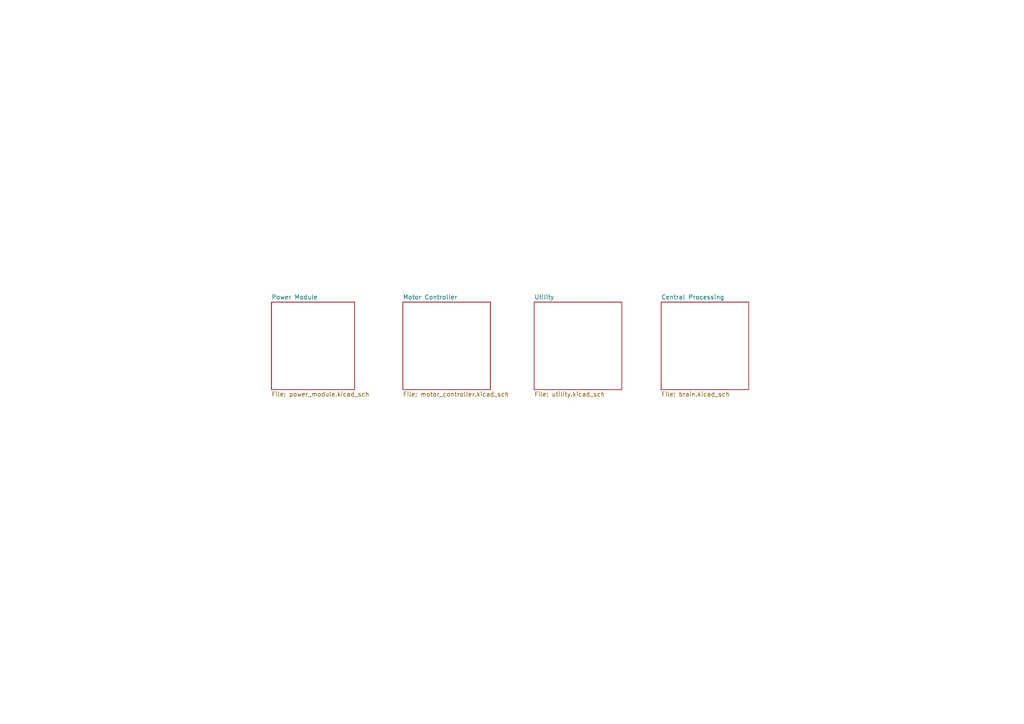
<source format=kicad_sch>
(kicad_sch (version 20230121) (generator eeschema)
  (paper "A4")
  (lib_symbols)
  (sheet (at 116.84 87.63) (size 25.4 25.4) (stroke (width 0.1524))
    (property "Sheetname" "Motor Controller" (at 116.84 86.9184 0) (effects (justify left bottom)))
    (property "Sheetfile" "motor_controller.kicad_sch" (at 116.84 113.6146 0) (effects (justify left top)))
  )
  (sheet (at 154.94 87.63) (size 25.4 25.4) (stroke (width 0.1524))
    (property "Sheetname" "Utility" (at 154.94 86.9184 0) (effects (justify left bottom)))
    (property "Sheetfile" "utility.kicad_sch" (at 154.94 113.6146 0) (effects (justify left top)))
  )
  (sheet (at 78.74 87.63) (size 24.13 25.4) (stroke (width 0.1524))
    (property "Sheetname" "Power Module" (at 78.74 86.9184 0) (effects (justify left bottom)))
    (property "Sheetfile" "power_module.kicad_sch" (at 78.74 113.6146 0) (effects (justify left top)))
  )
  (sheet (at 191.77 87.63) (size 25.4 25.4) (stroke (width 0.1524))
    (property "Sheetname" "Central Processing" (at 191.77 86.9184 0) (effects (justify left bottom)))
    (property "Sheetfile" "brain.kicad_sch" (at 191.77 113.6146 0) (effects (justify left top)))
  )
)
</source>
